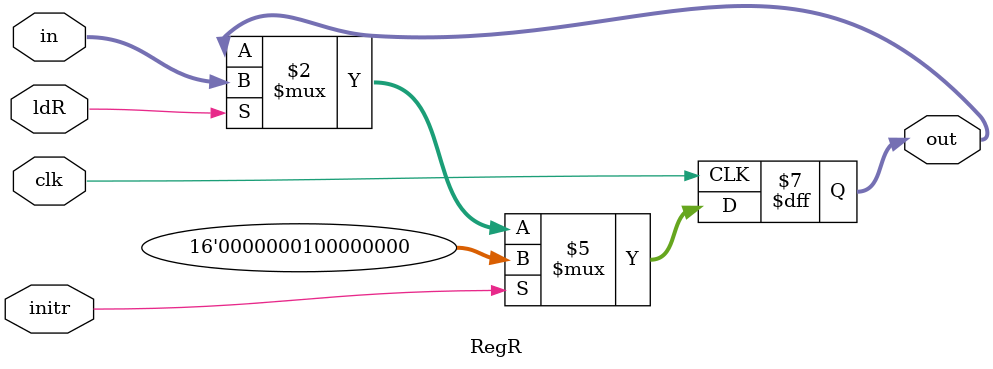
<source format=v>
`timescale 1ns/1ns

module RegR(input ldR, initr, clk, input[15:0] in, output reg [15:0] out);

  always@ (posedge clk) begin
	 if (initr) out <= 16'b0000000100000000;
    else if(ldR) out <= in;
  end
  
endmodule

</source>
